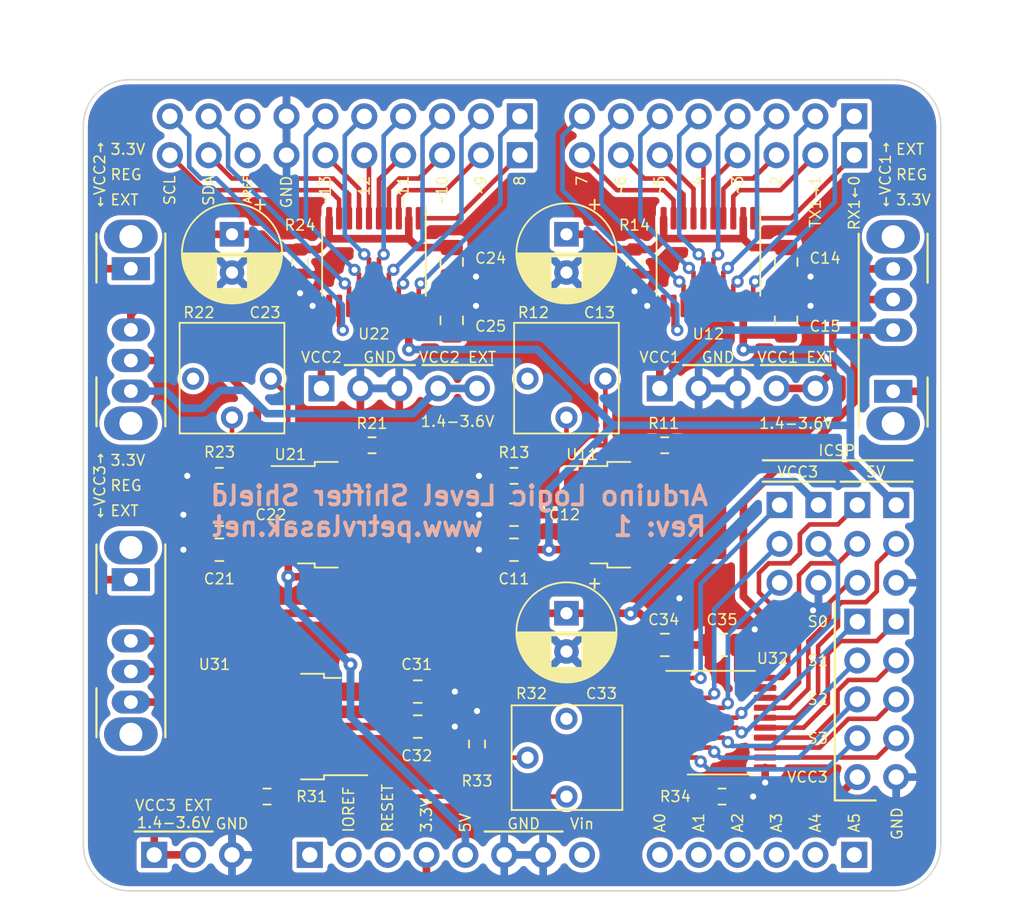
<source format=kicad_pcb>
(kicad_pcb (version 20211014) (generator pcbnew)
  (title_block (title "Arduino Logic Level Shifter Shield") (date "2023-03-18") (rev "1") (comment 2 "https://creativecommons.org/licenses/by/4.0/") (comment 3 "License: CC BY 4.0") (comment 4 "Author: Petr Vlasák"))
  (layers (0 "F.Cu" signal) (31 "B.Cu" power) (34 "B.Paste" user) (35 "F.Paste" user) (36 "B.SilkS" user "B.Silkscreen") (37 "F.SilkS" user "F.Silkscreen") (38 "B.Mask" user) (39 "F.Mask" user) (44 "Edge.Cuts" user))
  (net 0 "")
  (net 1 "+5V")
  (net 2 "GND")
  (net 3 "/VCC1_REG")
  (net 4 "/VCC1")
  (net 5 "/VCC2_REG")
  (net 6 "/VCC2")
  (net 7 "/VCC3_REG")
  (net 8 "/VCC3")
  (net 9 "/VCC1_EXT")
  (net 10 "/VCC2_EXT")
  (net 11 "/VCC3_EXT")
  (net 15 "+3V3")
  (net 17 "/D8_B")
  (net 18 "/D9_B")
  (net 19 "/D10_B")
  (net 20 "/D11_B")
  (net 21 "/D12_B")
  (net 22 "/D13_B")
  (net 24 "/SDA_B")
  (net 25 "/SCL_B")
  (net 32 "/MISO_B")
  (net 33 "/SCK_B")
  (net 34 "/MOSI_B")
  (net 35 "/RESET_B")
  (net 36 "/D0_B")
  (net 37 "/D1_B")
  (net 38 "/D2_B")
  (net 39 "/D3_B")
  (net 40 "/D4_B")
  (net 41 "/D5_B")
  (net 42 "/D6_B")
  (net 43 "/D7_B")
  (net 44 "/S0_A")
  (net 45 "/S0_B")
  (net 46 "/S1_A")
  (net 47 "/S1_B")
  (net 48 "/S2_A")
  (net 49 "/S2_B")
  (net 50 "/S3_A")
  (net 51 "/S3_B")
  (net 52 "/D8_A")
  (net 53 "/D9_A")
  (net 54 "/D10_A")
  (net 55 "/D11_A")
  (net 56 "/D12_A")
  (net 57 "/D13_A")
  (net 59 "/SDA_A")
  (net 60 "/SCL_A")
  (net 61 "/MISO_A")
  (net 62 "/SCK_A")
  (net 63 "/MOSI_A")
  (net 64 "/RESET_A")
  (net 65 "/D0_A")
  (net 66 "/D1_A")
  (net 67 "/D2_A")
  (net 68 "/D3_A")
  (net 69 "/D4_A")
  (net 70 "/D5_A")
  (net 71 "/D6_A")
  (net 72 "/D7_A")
  (net 73 "/VCC1_ADJ_MAX")
  (net 74 "/VCC1_ADJ_MIN")
  (net 75 "/VCC2_ADJ_MAX")
  (net 76 "/VCC2_ADJ_MIN")
  (net 77 "/VCC3_ADJ_MAX")
  (net 78 "/VCC3_ADJ_MIN")
  (footprint "Custom:PinSocket_1x10" (layer "F.Cu") (at 28.96 -48.26 -90)
    (fp_text reference "J53" hide)
    (fp_text value "DIGITAL_D8_D13_I2C")
  )
  (footprint "Custom:SW_CuK_OS103011MA7QP1_SP3T_Angled" (layer "F.Cu") (at 3.556 -40.8432 -90)
    (fp_text reference "SW2" hide)
    (fp_text value "VCC2_SELECT")
  )
  (footprint "Capacitor_SMD:C_0805_2012Metric" (layer "F.Cu") (at 38.429 -16.256)
    (fp_text reference "C34")
    (fp_text value "100n")
  )
  (footprint "Capacitor_SMD:C_0805_2012Metric" (layer "F.Cu") (at 42.239 -16.256 180)
    (fp_text reference "C35")
    (fp_text value "100n")
  )
  (footprint "Custom:PinSocket_1x08_long_legs" (layer "F.Cu") (at 50.8 -50.8 -90)
    (fp_text reference "J46" hide)
    (fp_text value "DIGITAL_D0_D7")
  )
  (footprint "Capacitor_THT:CP_Radial_D6.3mm_P2.50mm" (layer "F.Cu") (at 32.004 -43.092379 -90)
    (fp_text reference "C13")
    (fp_text value "100u")
  )
  (footprint "Custom:PinSocket_1x08_long_legs" (layer "F.Cu") (at 15.24 -2.54 90)
    (fp_text reference "J41" hide)
    (fp_text value "POWER")
  )
  (footprint "Custom:PinSocket_1x08" (layer "F.Cu") (at 50.8 -48.26 -90)
    (fp_text reference "J56" hide)
    (fp_text value "DIGITAL_D0_D7")
  )
  (footprint "Custom:PinHeader_1x03" (layer "F.Cu") (at 48.46 -25.4)
    (fp_text reference "J55" hide)
    (fp_text value "ICSP 2/2")
  )
  (footprint "Package_TO_SOT_SMD:TO-252-2" (layer "F.Cu") (at 37.143 -24.765)
    (fp_text reference "U11")
    (fp_text value "LM317_TO-252")
  )
  (footprint "Package_SO:TSSOP-20_4.4x6.5mm_P0.65mm" (layer "F.Cu") (at 42.117 -11.176)
    (fp_text reference "U32")
    (fp_text value "TXS0108EPWR")
  )
  (footprint "Custom:Potentiometer_Bourns_3362P_Vertical" (layer "F.Cu") (at 32.004 -8.89 180)
    (fp_text reference "R32")
    (fp_text value "1k")
  )
  (footprint "Custom:PinSocket_1x05" (layer "F.Cu") (at 51 -17.78)
    (fp_text reference "J51" hide)
    (fp_text value "GP 1/2")
  )
  (footprint "Resistor_SMD:R_0603_1608Metric" (layer "F.Cu") (at 14.605 -41.275 -90)
    (fp_text reference "R24")
    (fp_text value "10k")
  )
  (footprint "Capacitor_SMD:C_0805_2012Metric" (layer "F.Cu") (at 9.335 -22.479 180)
    (fp_text reference "C21")
    (fp_text value "100n")
  )
  (footprint "Capacitor_SMD:C_0805_2012Metric" (layer "F.Cu") (at 46.355 -41.275 -90)
    (fp_text reference "C14")
    (fp_text value "100n")
  )
  (footprint "Resistor_SMD:R_0603_1608Metric" (layer "F.Cu") (at 28.575 -27.305 180)
    (fp_text reference "R13")
    (fp_text value "200")
  )
  (footprint "Resistor_SMD:R_0603_1608Metric" (layer "F.Cu") (at 38.42 -29.305 180)
    (fp_text reference "R11")
    (fp_text value "1k")
  )
  (footprint "Capacitor_SMD:C_0805_2012Metric" (layer "F.Cu") (at 22.291 -10.921)
    (fp_text reference "C32")
    (fp_text value "1u")
  )
  (footprint "Custom:SW_CuK_OS103011MA7QP1_SP3T_Angled" (layer "F.Cu") (at 3.556 -20.5232 -90)
    (fp_text reference "SW3" hide)
    (fp_text value "VCC3_SELECT")
  )
  (footprint "Capacitor_THT:CP_Radial_D6.3mm_P2.50mm" (layer "F.Cu") (at 10.16 -43.092379 -90)
    (fp_text reference "C23")
    (fp_text value "100u")
  )
  (footprint "Capacitor_SMD:C_0805_2012Metric" (layer "F.Cu") (at 28.575 -22.479 180)
    (fp_text reference "C11")
    (fp_text value "100n")
  )
  (footprint "Custom:PinSocket_1x06_long_legs" (layer "F.Cu") (at 50.8 -2.54 -90)
    (fp_text reference "J43" hide)
    (fp_text value "ANALOG_IN")
  )
  (footprint "Custom:PinSocket_1x05" (layer "F.Cu") (at 53.54 -17.78)
    (fp_text reference "J52" hide)
    (fp_text value "GP 2/2")
  )
  (footprint "Custom:PinHeader_1x03" (layer "F.Cu") (at 45.92 -25.4)
    (fp_text reference "J54" hide)
    (fp_text value "ICSP 1/2")
  )
  (footprint "Custom:Potentiometer_Bourns_3362P_Vertical" (layer "F.Cu") (at 10.16 -33.655 -90)
    (fp_text reference "R22")
    (fp_text value "1k")
  )
  (footprint "Custom:Potentiometer_Bourns_3362P_Vertical" (layer "F.Cu") (at 32.004 -33.655 -90)
    (fp_text reference "R12")
    (fp_text value "1k")
  )
  (footprint "Custom:PinSocket_1x05" (layer "F.Cu") (at 38.1 -33.02 90)
    (fp_text reference "J1" hide)
    (fp_text value "VCC1_EXT_OUT")
  )
  (footprint "Capacitor_SMD:C_0805_2012Metric" (layer "F.Cu") (at 22.291 -13.207)
    (fp_text reference "C31")
    (fp_text value "100n")
  )
  (footprint "Custom:PinSocket_1x03" (layer "F.Cu") (at 5.08 -2.54 90)
    (fp_text reference "J3" hide)
    (fp_text value "VCC3_EXT")
  )
  (footprint "Custom:PinSocket_1x10_long_legs" (layer "F.Cu") (at 28.96 -50.8 -90)
    (fp_text reference "J42" hide)
    (fp_text value "DIGITAL_D8_D13_I2C")
  )
  (footprint "Capacitor_SMD:C_0805_2012Metric" (layer "F.Cu") (at 28.575 -24.765 180)
    (fp_text reference "C12")
    (fp_text value "1u")
  )
  (footprint "Package_TO_SOT_SMD:TO-252-2" (layer "F.Cu") (at 13.699 -10.922 180)
    (fp_text reference "U31")
    (fp_text value "LM317_TO-252")
  )
  (footprint "Resistor_SMD:R_0603_1608Metric" (layer "F.Cu") (at 26.162 -9.779 90)
    (fp_text reference "R33")
    (fp_text value "200")
  )
  (footprint "Custom:PinSocket_1x05" (layer "F.Cu") (at 16.002 -33.02 90)
    (fp_text reference "J2" hide)
    (fp_text value "VCC2_EXT_OUT")
  )
  (footprint "Capacitor_THT:CP_Radial_D6.3mm_P2.50mm" (layer "F.Cu") (at 32.004 -18.327379 -90)
    (fp_text reference "C33")
    (fp_text value "100u")
  )
  (footprint "Package_TO_SOT_SMD:TO-252-2" (layer "F.Cu") (at 18.034 -24.765)
    (fp_text reference "U21")
    (fp_text value "LM317_TO-252")
  )
  (footprint "Resistor_SMD:R_0603_1608Metric" (layer "F.Cu") (at 36.449 -41.275 -90)
    (fp_text reference "R14")
    (fp_text value "10k")
  )
  (footprint "Custom:SW_CuK_OS103011MA7QP1_SP3T_Angled" (layer "F.Cu") (at 53.34 -32.83 90)
    (fp_text reference "SW1" hide)
    (fp_text value "VCC1_SELECT")
  )
  (footprint "Resistor_SMD:R_0603_1608Metric" (layer "F.Cu") (at 42.164 -6.35)
    (fp_text reference "R34")
    (fp_text value "10k")
  )
  (footprint "Resistor_SMD:R_0603_1608Metric" (layer "F.Cu") (at 19.305 -29.305 180)
    (fp_text reference "R21")
    (fp_text value "1k")
  )
  (footprint "Resistor_SMD:R_0603_1608Metric" (layer "F.Cu") (at 12.446 -6.35)
    (fp_text reference "R31")
    (fp_text value "1k")
  )
  (footprint "Resistor_SMD:R_0603_1608Metric" (layer "F.Cu") (at 9.335 -27.305 180)
    (fp_text reference "R23")
    (fp_text value "200")
  )
  (footprint "Capacitor_SMD:C_0805_2012Metric" (layer "F.Cu") (at 24.511 -37.465 90)
    (fp_text reference "C25")
    (fp_text value "100n")
  )
  (footprint "Package_SO:TSSOP-20_4.4x6.5mm_P0.65mm" (layer "F.Cu") (at 19.431 -41.275 -90)
    (fp_text reference "U22")
    (fp_text value "TXS0108EPWR")
  )
  (footprint "Capacitor_SMD:C_0805_2012Metric" (layer "F.Cu") (at 46.345 -37.465 90)
    (fp_text reference "C15")
    (fp_text value "100n")
  )
  (footprint "Capacitor_SMD:C_0805_2012Metric" (layer "F.Cu") (at 9.335 -24.765 180)
    (fp_text reference "C22")
    (fp_text value "1u")
  )
  (footprint "Package_SO:TSSOP-20_4.4x6.5mm_P0.65mm" (layer "F.Cu") (at 41.275 -41.275 -90)
    (fp_text reference "U12")
    (fp_text value "TXS0108EPWR")
  )
  (footprint "Capacitor_SMD:C_0805_2012Metric" (layer "F.Cu") (at 24.511 -41.275 -90)
    (fp_text reference "C24")
    (fp_text value "100n")
  )
  (footprint "Custom:PinSocket_1x03_long_legs" (layer "B.Cu") (at 53.54 -25.4 180)
    (fp_text reference "J45" hide)
    (fp_text value "ICSP 2/2")
  )
  (footprint "Custom:PinSocket_1x03_long_legs" (layer "B.Cu") (at 51 -25.4 180)
    (fp_text reference "J44" hide)
    (fp_text value "ICSP 1/2")
  )
  (gr_line (start 44.704 -34.544) (end 49.276 -34.544) (layer "F.SilkS") (width 0.15))
  (gr_line (start 44.831 -26.924) (end 49.53 -26.924) (layer "F.SilkS") (width 0.15))
  (gr_line (start 17.526 -34.544) (end 22.098 -34.544) (layer "F.SilkS") (width 0.15))
  (gr_line (start 26.67 -4.064) (end 31.75 -4.064) (layer "F.SilkS") (width 0.15))
  (gr_line (start 49.911 -26.924) (end 54.61 -26.924) (layer "F.SilkS") (width 0.15))
  (gr_line (start 49.53 -6.096) (end 52.197 -6.096) (layer "F.SilkS") (width 0.15))
  (gr_line (start 39.624 -34.544) (end 44.196 -34.544) (layer "F.SilkS") (width 0.15))
  (gr_line (start 3.81 -4.064) (end 8.89 -4.064) (layer "F.SilkS") (width 0.15))
  (gr_line (start 44.831 -28.321) (end 54.61 -28.321) (layer "F.SilkS") (width 0.15))
  (gr_line (start 22.606 -34.544) (end 27.178 -34.544) (layer "F.SilkS") (width 0.15))
  (gr_line (start 49.53 -6.096) (end 49.53 -19.05) (layer "F.SilkS") (width 0.15))
  (gr_line (start 3.45 -53.19) (end 53.45 -53.19) (layer "Edge.Cuts") (width 0.1))
  (gr_line (start 0.45 -50.19) (end 0.45 -3.19) (layer "Edge.Cuts") (width 0.1))
  (gr_line (start 3.45 -0.19) (end 53.45 -0.19) (layer "Edge.Cuts") (width 0.1))
  (gr_arc (start 3.45 -0.19) (mid 1.32868 -1.06868) (end 0.45 -3.19) (layer "Edge.Cuts") (width 0.1))
  (gr_arc (start 0.45 -50.19) (mid 1.32868 -52.31132) (end 3.45 -53.19) (layer "Edge.Cuts") (width 0.1))
  (gr_arc (start 56.45 -3.19) (mid 55.57132 -1.06868) (end 53.45 -0.19) (layer "Edge.Cuts") (width 0.1))
  (gr_line (start 56.45 -50.19) (end 56.45 -3.19) (layer "Edge.Cuts") (width 0.1))
  (gr_arc (start 53.45 -53.19) (mid 55.57132 -52.31132) (end 56.45 -50.19) (layer "Edge.Cuts") (width 0.1))
  (gr_text "Arduino Logic Level Shifter Shield\nRev: 1         www.petrvlasak.net" (at 25 -25) (layer "B.SilkS") (effects (font (size 1.25 1.25) (thickness 0.25)) (justify mirror)))
  (gr_text "A0" (at 38.1 -3.937 90) (layer "F.SilkS") (effects (font (size 0.7 0.7) (thickness 0.1)) (justify left)))
  (gr_text "VCC3" (at 47.117 -27.559) (layer "F.SilkS") (effects (font (size 0.7 0.7) (thickness 0.1))))
  (gr_text "GND" (at 13.716 -46.99 90) (layer "F.SilkS") (effects (font (size 0.7 0.7) (thickness 0.1)) (justify right)))
  (gr_text "IOREF" (at 17.78 -3.937 90) (layer "F.SilkS") (effects (font (size 0.7 0.7) (thickness 0.1)) (justify left)))
  (gr_text "S0" (at 49.149 -17.78) (layer "F.SilkS") (effects (font (size 0.7 0.7) (thickness 0.1)) (justify right)))
  (gr_text "A2" (at 43.18 -3.937 90) (layer "F.SilkS") (effects (font (size 0.7 0.7) (thickness 0.1)) (justify left)))
  (gr_text "~13" (at 16.256 -46.99 90) (layer "F.SilkS") (effects (font (size 0.7 0.7) (thickness 0.1)) (justify right)))
  (gr_text "3.3V" (at 2.159 -28.321) (layer "F.SilkS") (effects (font (size 0.7 0.7) (thickness 0.1)) (justify left)))
  (gr_text "3.3V" (at 22.86 -3.937 90) (layer "F.SilkS") (effects (font (size 0.7 0.7) (thickness 0.1)) (justify left)))
  (gr_text "REG" (at 2.159 -26.67) (layer "F.SilkS") (effects (font (size 0.7 0.7) (thickness 0.1)) (justify left)))
  (gr_text "S3" (at 49.149 -10.16) (layer "F.SilkS") (effects (font (size 0.7 0.7) (thickness 0.1)) (justify right)))
  (gr_text "S2" (at 49.149 -12.7) (layer "F.SilkS") (effects (font (size 0.7 0.7) (thickness 0.1)) (justify right)))
  (gr_text "ICSP" (at 49.657 -28.956) (layer "F.SilkS") (effects (font (size 0.7 0.7) (thickness 0.1))))
  (gr_text "A4" (at 48.26 -3.937 90) (layer "F.SilkS") (effects (font (size 0.7 0.7) (thickness 0.1)) (justify left)))
  (gr_text "REG" (at 53.467 -46.99) (layer "F.SilkS") (effects (font (size 0.7 0.7) (thickness 0.1)) (justify left)))
  (gr_text "SCL" (at 6.096 -46.99 90) (layer "F.SilkS") (effects (font (size 0.7 0.7) (thickness 0.1)) (justify right)))
  (gr_text "←VCC3→" (at 1.524 -26.67 90) (layer "F.SilkS") (effects (font (size 0.7 0.7) (thickness 0.1))))
  (gr_text "8" (at 28.956 -46.99 90) (layer "F.SilkS") (effects (font (size 0.7 0.7) (thickness 0.1)) (justify right)))
  (gr_text "5V" (at 52.197 -27.559) (layer "F.SilkS") (effects (font (size 0.7 0.7) (thickness 0.1))))
  (gr_text "1.4-3.6V" (at 46.99 -30.734) (layer "F.SilkS") (effects (font (size 0.7 0.7) (thickness 0.1))))
  (gr_text "VCC1 EXT" (at 46.99 -35.052) (layer "F.SilkS") (effects (font (size 0.7 0.7) (thickness 0.1))))
  (gr_text "~10" (at 23.876 -46.99 90) (layer "F.SilkS") (effects (font (size 0.7 0.7) (thickness 0.1)) (justify right)))
  (gr_text "RESET" (at 20.32 -3.937 90) (layer "F.SilkS") (effects (font (size 0.7 0.7) (thickness 0.1)) (justify left)))
  (gr_text "SDA" (at 8.636 -46.99 90) (layer "F.SilkS") (effects (font (size 0.7 0.7) (thickness 0.1)) (justify right)))
  (gr_text "TX1→1" (at 48.26 -46.99 90) (layer "F.SilkS") (effects (font (size 0.7 0.7) (thickness 0.1)) (justify right)))
  (gr_text "S1" (at 49.149 -15.24) (layer "F.SilkS") (effects (font (size 0.7 0.7) (thickness 0.1)) (justify right)))
  (gr_text "←VCC1→" (at 52.832 -46.99 90) (layer "F.SilkS") (effects (font (size 0.7 0.7) (thickness 0.1))))
  (gr_text "EXT" (at 2.159 -25.019) (layer "F.SilkS") (effects (font (size 0.7 0.7) (thickness 0.1)) (justify left)))
  (gr_text "REG" (at 2.159 -46.99) (layer "F.SilkS") (effects (font (size 0.7 0.7) (thickness 0.1)) (justify left)))
  (gr_text "A5" (at 50.8 -3.937 90) (layer "F.SilkS") (effects (font (size 0.7 0.7) (thickness 0.1)) (justify left)))
  (gr_text "5V" (at 25.4 -3.937 90) (layer "F.SilkS") (effects (font (size 0.7 0.7) (thickness 0.1)) (justify left)))
  (gr_text "12" (at 18.796 -46.99 90) (layer "F.SilkS") (effects (font (size 0.7 0.7) (thickness 0.1)) (justify right)))
  (gr_text "~3" (at 43.18 -46.99 90) (layer "F.SilkS") (effects (font (size 0.7 0.7) (thickness 0.1)) (justify right)))
  (gr_text "VCC2" (at 16.002 -35.052) (layer "F.SilkS") (effects (font (size 0.7 0.7) (thickness 0.1))))
  (gr_text "RX1←0" (at 50.8 -46.99 90) (layer "F.SilkS") (effects (font (size 0.7 0.7) (thickness 0.1)) (justify right)))
  (gr_text "1.4-3.6V" (at 24.892 -30.861) (layer "F.SilkS") (effects (font (size 0.7 0.7) (thickness 0.1))))
  (gr_text "VCC1" (at 38.1 -35.052) (layer "F.SilkS") (effects (font (size 0.7 0.7) (thickness 0.1))))
  (gr_text "GND" (at 19.812 -35.052) (layer "F.SilkS") (effects (font (size 0.7 0.7) (thickness 0.1))))
  (gr_text "VCC3 EXT\n1.4-3.6V" (at 6.35 -5.207) (layer "F.SilkS") (effects (font (size 0.7 0.7) (thickness 0.1))))
  (gr_text "VCC3" (at 49.149 -7.62) (layer "F.SilkS") (effects (font (size 0.7 0.7) (thickness 0.1)) (justify right)))
  (gr_text "EXT" (at 53.467 -48.641) (layer "F.SilkS") (effects (font (size 0.7 0.7) (thickness 0.1)) (justify left)))
  (gr_text "~9" (at 26.416 -46.99 90) (layer "F.SilkS") (effects (font (size 0.7 0.7) (thickness 0.1)) (justify right)))
  (gr_text "~6" (at 35.56 -46.99 90) (layer "F.SilkS") (effects (font (size 0.7 0.7) (thickness 0.1)) (justify right)))
  (gr_text "EXT" (at 2.159 -45.339) (layer "F.SilkS") (effects (font (size 0.7 0.7) (thickness 0.1)) (justify left)))
  (gr_text "2" (at 45.72 -46.99 90) (layer "F.SilkS") (effects (font (size 0.7 0.7) (thickness 0.1)) (justify right)))
  (gr_text "~11" (at 21.336 -46.99 90) (layer "F.SilkS") (effects (font (size 0.7 0.7) (thickness 0.1)) (justify right)))
  (gr_text "VCC2 EXT" (at 24.892 -35.052) (layer "F.SilkS") (effects (font (size 0.7 0.7) (thickness 0.1))))
  (gr_text "4" (at 40.64 -46.99 90) (layer "F.SilkS") (effects (font (size 0.7 0.7) (thickness 0.1)) (justify right)))
  (gr_text "AREF" (at 11.176 -46.99 90) (layer "F.SilkS") (effects (font (size 0.5 0.5) (thickness 0.1)) (justify right)))
  (gr_text "3.3V" (at 53.467 -45.339) (layer "F.SilkS") (effects (font (size 0.7 0.7) (thickness 0.1)) (justify left)))
  (gr_text "GND" (at 41.91 -35.052) (layer "F.SilkS") (effects (font (size 0.7 0.7) (thickness 0.1))))
  (gr_text "GND" (at 53.594 -5.715 90) (layer "F.SilkS") (effects (font (size 0.7 0.7) (thickness 0.1)) (justify right)))
  (gr_text "A1" (at 40.64 -3.937 90) (layer "F.SilkS") (effects (font (size 0.7 0.7) (thickness 0.1)) (justify left)))
  (gr_text "A3" (at 45.72 -3.937 90) (layer "F.SilkS") (effects (font (size 0.7 0.7) (thickness 0.1)) (justify left)))
  (gr_text "7" (at 33.02 -46.99 90) (layer "F.SilkS") (effects (font (size 0.7 0.7) (thickness 0.1)) (justify right)))
  (gr_text "~5" (at 38.1 -46.99 90) (layer "F.SilkS") (effects (font (size 0.7 0.7) (thickness 0.1)) (justify right)))
  (gr_text "3.3V" (at 2.159 -48.641) (layer "F.SilkS") (effects (font (size 0.7 0.7) (thickness 0.1)) (justify left)))
  (gr_text "GND" (at 10.16 -4.572) (layer "F.SilkS") (effects (font (size 0.7 0.7) (thickness 0.1))))
  (gr_text "←VCC2→" (at 1.524 -46.99 90) (layer "F.SilkS") (effects (font (size 0.7 0.7) (thickness 0.1))))
  (gr_text "Vin" (at 33.02 -4.572) (layer "F.SilkS") (effects (font (size 0.7 0.7) (thickness 0.1))))
  (gr_text "GND" (at 29.21 -4.572) (layer "F.SilkS") (effects (font (size 0.7 0.7) (thickness 0.1))))
  (segment (start 43.702 -13.451) (end 43.189 -13.964) (width 0.5) (layer "F.Cu") (net 1))
  (segment (start 43.561 -19.422) (end 43.561 -25.5905) (width 0.5) (layer "F.Cu") (net 1))
  (segment (start 44.9795 -13.451) (end 43.702 -13.451) (width 0.5) (layer "F.Cu") (net 1))
  (segment (start 43.189 -13.964) (end 43.189 -16.256) (width 0.5) (layer "F.Cu") (net 1))
  (segment (start 10.291 -22.485) (end 10.285 -22.479) (width 0.5) (layer "F.Cu") (net 1))
  (segment (start 21.706 -36.515) (end 24.511 -36.515) (width 0.5) (layer "F.Cu") (net 1))
  (segment (start 29.531 -22.485) (end 29.525 -22.479) (width 0.5) (layer "F.Cu") (net 1))
  (segment (start 43.55 -35.571) (end 43.561 -35.56) (width 0.5) (layer "F.Cu") (net 1))
  (segment (start 28.965 -20.71) (end 29.525 -21.27) (width 0.5) (layer "F.Cu") (net 1))
  (segment (start 45.212 -16.256) (end 45.593 -16.637) (width 0.5) (layer "F.Cu") (net 1))
  (segment (start 13.834 -22.485) (end 10.291 -22.485) (width 0.5) (layer "F.Cu") (net 1))
  (segment (start 13.834 -20.71) (end 28.965 -20.71) (width 0.5) (layer "F.Cu") (net 1))
  (segment (start 43.55 -36.515) (end 46.345 -36.515) (width 0.5) (layer "F.Cu") (net 1))
  (segment (start 21.706 -38.4125) (end 21.706 -36.515) (width 0.5) (layer "F.Cu") (net 1))
  (segment (start 45.593 -17.39) (end 43.561 -19.422) (width 0.5) (layer "F.Cu") (net 1))
  (segment (start 21.706 -35.571) (end 21.706 -36.515) (width 0.5) (layer "F.Cu") (net 1))
  (segment (start 43.561 -25.5905) (end 45.9105 -27.94) (width 0.5) (layer "F.Cu") (net 1))
  (segment (start 51 -27.94) (end 53.54 -25.4) (width 0.5) (layer "F.Cu") (net 1))
  (segment (start 21.336 -13.202) (end 21.341 -13.207) (width 0.5) (layer "F.Cu") (net 1))
  (segment (start 45.9105 -27.94) (end 51 -27.94) (width 0.5) (layer "F.Cu") (net 1))
  (segment (start 45.593 -16.637) (end 45.593 -17.39) (width 0.5) (layer "F.Cu") (net 1))
  (segment (start 32.943 -22.485) (end 29.531 -22.485) (width 0.5) (layer "F.Cu") (net 1))
  (segment (start 17.899 -14.978) (end 17.899 -13.202) (width 0.5) (layer "F.Cu") (net 1))
  (segment (start 29.525 -21.27) (end 29.525 -22.479) (width 0.5) (layer "F.Cu") (net 1))
  (segment (start 17.899 -13.202) (end 21.336 -13.202) (width 0.5) (layer "F.Cu") (net 1))
  (segment (start 13.834 -20.71) (end 13.834 -22.485) (width 0.5) (layer "F.Cu") (net 1))
  (segment (start 43.55 -38.4125) (end 43.55 -36.515) (width 0.5) (layer "F.Cu") (net 1))
  (segment (start 21.717 -35.56) (end 21.706 -35.571) (width 0.5) (layer "F.Cu") (net 1))
  (segment (start 43.189 -16.256) (end 45.212 -16.256) (width 0.5) (layer "F.Cu") (net 1))
  (segment (start 43.55 -36.515) (end 43.55 -35.571) (width 0.5) (layer "F.Cu") (net 1))
  (via (at 21.717 -35.56) (size 0.9) (drill 0.4) (layers "F.Cu" "B.Cu") (net 1))
  (via (at 17.899 -14.978) (size 0.9) (drill 0.4) (layers "F.Cu" "B.Cu") (net 1))
  (via (at 13.834 -20.71) (size 0.9) (drill 0.4) (layers "F.Cu" "B.Cu") (net 1))
  (via (at 43.561 -35.56) (size 0.9) (drill 0.4) (layers "F.Cu" "B.Cu") (net 1))
  (via (at 30.861 -22.479) (size 0.9) (drill 0.4) (layers "F.Cu" "B.Cu") (net 1))
  (segment (start 17.899 -11.565) (end 17.899 -14.978) (width 0.5) (layer "B.Cu") (net 1))
  (segment (start 30.099 -35.56) (end 35.052 -30.607) (width 0.5) (layer "B.Cu") (net 1))
  (segment (start 35.052 -30.607) (end 50.546 -30.607) (width 0.5) (layer "B.Cu") (net 1))
  (segment (start 25.4 -2.54) (end 25.4 -4.064) (width 0.5) (layer "B.Cu") (net 1))
  (segment (start 25.4 -4.064) (end 17.899 -11.565) (width 0.5) (layer "B.Cu") (net 1))
  (segment (start 43.561 -35.56) (end 49.022 -35.56) (width 0.5) (layer "B.Cu") (net 1))
  (segment (start 30.861 -22.479) (end 30.861 -26.416) (width 0.5) (layer "B.Cu") (net 1))
  (segment (start 13.834 -19.043) (end 13.834 -20.71) (width 0.5) (layer "B.Cu") (net 1))
  (segment (start 50.546 -34.036) (end 50.546 -30.607) (width 0.5) (layer "B.Cu") (net 1))
  (segment (start 30.861 -26.416) (end 35.052 -30.607) (width 0.5) (layer "B.Cu") (net 1))
  (segment (start 49.022 -35.56) (end 50.546 -34.036) (width 0.5) (layer "B.Cu") (net 1))
  (segment (start 17.899 -14.978) (end 13.834 -19.043) (width 0.5) (layer "B.Cu") (net 1))
  (segment (start 21.717 -35.56) (end 30.099 -35.56) (width 0.5) (layer "B.Cu") (net 1))
  (segment (start 50.546 -28.394) (end 53.54 -25.4) (width 0.5) (layer "B.Cu") (net 1))
  (segment (start 50.546 -30.607) (end 50.546 -28.394) (width 0.5) (layer "B.Cu") (net 1))
  (segment (start 39.379 -19.304) (end 39.379 -16.256) (width 0.5) (layer "F.Cu") (net 2))
  (segment (start 24.764 -13.207) (end 24.765 -13.208) (width 0.5) (layer "F.Cu") (net 2))
  (segment (start 8.385 -22.479) (end 6.985 -22.479) (width 0.5) (layer "F.Cu") (net 2))
  (segment (start 23.241 -10.921) (end 24.7132 -10.921) (width 0.5) (layer "F.Cu") (net 2))
  (segment (start 8.385 -24.765) (end 6.985 -24.765) (width 0.5) (layer "F.Cu") (net 2))
  (segment (start 26.289 -27.305) (end 27.75 -27.305) (width 0.5) (layer "F.Cu") (net 2))
  (segment (start 26.096 -38.415) (end 24.511 -38.415) (width 0.5) (layer "F.Cu") (net 2))
  (segment (start 15.4255 -38.4125) (end 16.506 -38.4125) (width 0.5) (layer "F.Cu") (net 2))
  (segment (start 44.9795 -7.2605) (end 44.9795 -8.251) (width 0.5) (layer "F.Cu") (net 2))
  (segment (start 47.945 -40.325) (end 46.355 -40.325) (width 0.5) (layer "F.Cu") (net 2))
  (segment (start 26.096 -40.325) (end 24.511 -40.325) (width 0.5) (layer "F.Cu") (net 2))
  (segment (start 42.989 -6.35) (end 44.196 -6.35) (width 0.5) (layer "F.Cu") (net 2))
  (segment (start 23.241 -13.207) (end 24.7132 -13.207) (width 0.5) (layer "F.Cu") (net 2))
  (segment (start 14.605 -40.45) (end 14.605 -39.243) (width 0.5) (layer "F.Cu") (net 2))
  (segment (start 27.625 -22.479) (end 26.289 -22.479) (width 0.5) (layer "F.Cu") (net 2))
  (segment (start 39.379 -16.256) (end 41.289 -16.256) (width 0.5) (layer "F.Cu") (net 2))
  (segment (start 8.51 -27.305) (end 7.239 -27.305) (width 0.5) (layer "F.Cu") (net 2))
  (segment (start 24.7132 -13.207) (end 24.7142 -13.208) (width 0.5) (layer "F.Cu") (net 2))
  (segment (start 26.289 -24.765) (end 27.625 -24.765) (width 0.5) (layer "F.Cu") (net 2))
  (segment (start 46.345 -38.415) (end 47.945 -38.415) (width 0.5) (layer "F.Cu") (net 2))
  (segment (start 26.162 -10.604) (end 26.162 -11.938) (width 0.5) (layer "F.Cu") (net 2))
  (segment (start 37.2795 -38.4125) (end 38.35 -38.4125) (width 0.5) (layer "F.Cu") (net 2))
  (segment (start 24.764 -10.921) (end 24.765 -10.922) (width 0.5) (layer "F.Cu") (net 2))
  (segment (start 36.449 -39.37) (end 36.449 -40.45) (width 0.5) (layer "F.Cu") (net 2))
  (segment (start 24.7132 -10.921) (end 24.7142 -10.922) (width 0.5) (layer "F.Cu") (net 2))
  (via (at 26.162 -11.938) (size 0.9) (drill 0.4) (layers "F.Cu" "B.Cu") (net 2))
  (via (at 47.945 -40.325) (size 0.9) (drill 0.4) (layers "F.Cu" "B.Cu") (net 2))
  (via (at 15.4255 -38.4125) (size 0.9) (drill 0.4) (layers "F.Cu" "B.Cu") (net 2))
  (via (at 26.096 -40.325) (size 0.9) (drill 0.4) (layers "F.Cu" "B.Cu") (net 2))
  (via (at 44.2976 -17.272) (size 0.9) (drill 0.4) (layers "F.Cu" "B.Cu") (net 2))
  (via (at 24.7142 -13.208) (size 0.9) (drill 0.4) (layers "F.Cu" "B.Cu") (net 2))
  (via (at 26.289 -24.765) (size 0.9) (drill 0.4) (layers "F.Cu" "B.Cu") (net 2))
  (via (at 24.7142 -10.922) (size 0.9) (drill 0.4) (layers "F.Cu" "B.Cu") (net 2))
  (via (at 26.289 -27.305) (size 0.9) (drill 0.4) (layers "F.Cu" "B.Cu") (net 2))
  (via (at 26.289 -22.479) (size 0.9) (drill 0.4) (layers "F.Cu" "B.Cu") (net 2))
  (via (at 39.379 -19.304) (size 0.9) (drill 0.4) (layers "F.Cu" "B.Cu") (net 2))
  (via (at 48.1076 -18.5166) (size 0.9) (drill 0.4) (layers "F.Cu" "B.Cu") (net 2))
  (via (at 14.605 -39.243) (size 0.9) (drill 0.4) (layers "F.Cu" "B.Cu") (net 2))
  (via (at 36.449 -39.37) (size 0.9) (drill 0.4) (layers "F.Cu" "B.Cu") (net 2))
  (via (at 44.196 -6.35) (size 0.9) (drill 0.4) (layers "F.Cu" "B.Cu") (net 2))
  (via (at 6.985 -22.479) (size 0.9) (drill 0.4) (layers "F.Cu" "B.Cu") (net 2))
  (via (at 6.985 -24.765) (size 0.9) (drill 0.4) (layers "F.Cu" "B.Cu") (net 2))
  (via (at 47.945 -38.415) (size 0.9) (drill 0.4) (layers "F.Cu" "B.Cu") (net 2))
  (via (at 7.239 -27.305) (size 0.9) (drill 0.4) (layers "F.Cu" "B.Cu") (net 2))
  (via (at 26.096 -38.415) (size 0.9) (drill 0.4) (layers "F.Cu" "B.Cu") (net 2))
  (via (at 44.9795 -7.2605) (size 0.9) (drill 0.4) (layers "F.Cu" "B.Cu") (net 2))
  (via (at 37.2795 -38.4125) (size 0.9) (drill 0.4) (layers "F.Cu" "B.Cu") (net 2))
  (segment (start 39.243 -24.765) (end 29.525 -24.765) (width 0.5) (layer "F.Cu") (net 3))
  (segment (start 39.245 -24.767) (end 39.243 -24.765) (width 0.5) (layer "F.Cu") (net 3))
  (segment (start 50.8 -38.1) (end 51.53 -38.83) (width 0.5) (layer "F.Cu") (net 3))
  (segment (start 47.974 -29.305) (end 50.8 -32.131) (width 0.5) (layer "F.Cu") (net 3))
  (segment (start 50.8 -32.131) (end 50.8 -38.1) (width 0.5) (layer "F.Cu") (net 3))
  (segment (start 39.245 -29.305) (end 47.974 -29.305) (width 0.5) (layer "F.Cu") (net 3))
  (segment (start 51.53 -38.83) (end 53.34 -38.83) (width 0.5) (layer "F.Cu") (net 3))
  (segment (start 39.245 -29.305) (end 39.245 -24.767) (width 0.5) (layer "F.Cu") (net 3))
  (segment (start 38.1 -35.306) (end 38.1 -33.02) (width 0.5) (layer "F.Cu") (net 4))
  (segment (start 36.449 -42.1) (end 37.64 -42.1) (width 0.5) (layer "F.Cu") (net 4))
  (segment (start 43.55 -42.81) (end 44.135 -42.225) (width 0.5) (layer "F.Cu") (net 4))
  (segment (start 33.869621 -43.092379) (end 32.004 -43.092379) (width 0.5) (layer "F.Cu") (net 4))
  (segment (start 38.35 -42.81) (end 43.55 -42.81) (width 0.5) (layer "F.Cu") (net 4))
  (segment (start 34.862 -42.1) (end 33.869621 -43.092379) (width 0.5) (layer "F.Cu") (net 4))
  (segment (start 34.862 -38.544) (end 38.1 -35.306) (width 0.5) (layer "F.Cu") (net 4))
  (segment (start 43.55 -44.1375) (end 43.55 -42.81) (width 0.5) (layer "F.Cu") (net 4))
  (segment (start 44.135 -42.225) (end 46.355 -42.225) (width 0.5) (layer "F.Cu") (net 4))
  (segment (start 37.64 -42.1) (end 38.35 -42.81) (width 0.5) (layer "F.Cu") (net 4))
  (segment (start 36.449 -42.1) (end 34.862 -42.1) (width 0.5) (layer "F.Cu") (net 4))
  (segment (start 38.35 -44.1375) (end 38.35 -42.81) (width 0.5) (layer "F.Cu") (net 4))
  (segment (start 34.862 -42.1) (end 34.862 -38.544) (width 0.5) (layer "F.Cu") (net 4))
  (segment (start 38.1 -33.147) (end 38.1 -33.02) (width 0.5) (layer "B.Cu") (net 4))
  (segment (start 53.34 -36.83) (end 41.783 -36.83) (width 0.5) (layer "B.Cu") (net 4))
  (segment (start 41.783 -36.83) (end 38.1 -33.147) (width 0.5) (layer "B.Cu") (net 4))
  (segment (start 11.811 -24.765) (end 11.811 -32.004) (width 0.5) (layer "F.Cu") (net 5))
  (segment (start 20.13 -29.305) (end 20.13 -24.769) (width 0.5) (layer "F.Cu") (net 5))
  (segment (start 8.509 -35.306) (end 6.731 -35.306) (width 0.5) (layer "F.Cu") (net 5))
  (segment (start 11.811 -24.765) (end 10.285 -24.765) (width 0.5) (layer "F.Cu") (net 5))
  (segment (start 11.811 -32.004) (end 8.509 -35.306) (width 0.5) (layer "F.Cu") (net 5))
  (segment (start 6.731 -35.306) (end 6.2682 -34.8432) (width 0.5) (layer "F.Cu") (net 5))
  (segment (start 20.134 -24.765) (end 11.811 -24.765) (width 0.5) (layer "F.Cu") (net 5))
  (segment (start 20.13 -24.769) (end 20.134 -24.765) (width 0.5) (layer "F.Cu") (net 5))
  (segment (start 6.2682 -34.8432) (end 3.556 -34.8432) (width 0.5) (layer "F.Cu") (net 5))
  (segment (start 3.556 -36.8432) (end 3.556 -37.846) (width 0.5) (layer "F.Cu") (net 6))
  (segment (start 13.0302 -42.2) (end 12.137821 -43.092379) (width 0.5) (layer "F.Cu") (net 6))
  (segment (start 13.0302 -38.5318) (end 13.0302 -42.2) (width 0.5) (layer "F.Cu") (net 6))
  (segment (start 15.811 -42.1) (end 16.51 -42.799) (width 0.5) (layer "F.Cu") (net 6))
  (segment (start 16.002 -35.56) (end 13.0302 -38.5318) (width 0.5) (layer "F.Cu") (net 6))
  (segment (start 14.505 -42.2) (end 14.605 -42.1) (width 0.5) (layer "F.Cu") (net 6))
  (segment (start 16.51 -42.799) (end 16.506 -42.803) (width 0.5) (layer "F.Cu") (net 6))
  (segment (start 14.605 -42.1) (end 15.811 -42.1) (width 0.5) (layer "F.Cu") (net 6))
  (segment (start 16.506 -42.803) (end 16.506 -44.1375) (width 0.5) (layer "F.Cu") (net 6))
  (segment (start 3.556 -37.846) (end 8.802379 -43.092379) (width 0.5) (layer "F.Cu") (net 6))
  (segment (start 21.706 -42.799) (end 16.51 -42.799) (width 0.5) (layer "F.Cu") (net 6))
  (segment (start 22.28 -42.225) (end 21.706 -42.799) (width 0.5) (layer "F.Cu") (net 6))
  (segment (start 24.511 -42.225) (end 22.28 -42.225) (width 0.5) (layer "F.Cu") (net 6))
  (segment (start 12.137821 -43.092379) (end 10.16 -43.092379) (width 0.5) (layer "F.Cu") (net 6))
  (segment (start 21.706 -44.1375) (end 21.706 -42.799) (width 0.5) (layer "F.Cu") (net 6))
  (segment (start 16.002 -33.02) (end 16.002 -35.56) (width 0.5) (layer "F.Cu") (net 6))
  (segment (start 13.0302 -42.2) (end 14.505 -42.2) (width 0.5) (layer "F.Cu") (net 6))
  (segment (start 8.802379 -43.092379) (end 10.16 -43.092379) (width 0.5) (layer "F.Cu") (net 6))
  (segment (start 11.599 -10.922) (end 21.34 -10.922) (width 0.5) (layer "F.Cu") (net 7))
  (segment (start 11.621 -6.35) (end 11.621 -10.9) (width 0.5) (layer "F.Cu") (net 7))
  (segment (start 11.599 -14.817) (end 11.599 -10.922) (width 0.5) (layer "F.Cu") (net 7))
  (segment (start 7.747 -15.748) (end 10.668 -15.748) (width 0.5) (layer "F.Cu") (net 7))
  (segment (start 3.556 -14.5232) (end 6.5222 -14.5232) (width 0.5) (layer "F.Cu") (net 7))
  (segment (start 11.621 -10.9) (end 11.599 -10.922) (width 0.5) (layer "F.Cu") (net 7))
  (segment (start 10.668 -15.748) (end 11.599 -14.817) (width 0.5) (layer "F.Cu") (net 7))
  (segment (start 21.34 -10.922) (end 21.341 -10.921) (width 0.5) (layer "F.Cu") (net 7))
  (segment (start 6.5222 -14.5232) (end 7.747 -15.748) (width 0.5) (layer "F.Cu") (net 7))
  (segment (start 5.4742 -16.5232) (end 3.556 -16.5232) (width 0.5) (layer "F.Cu") (net 8))
  (segment (start 40.259 -6.35) (end 41.339 -6.35) (width 0.5) (layer "F.Cu") (net 8))
  (segment (start 32.004 -18.327379) (end 36.790621 -18.327379) (width 0.5) (layer "F.Cu") (net 8))
  (segment (start 37.86 -13.451) (end 37.86 -8.251) (width 0.5) (layer "F.Cu") (net 8))
  (segment (start 39.2545 -8.251) (end 39.2545 -7.3545) (width 0.5) (layer "F.Cu") (net 8))
  (segment (start 37.479 -13.832) (end 37.86 -13.451) (width 0.5) (layer "F.Cu") (net 8))
  (segment (start 36.790621 -18.327379) (end 37.479 -17.639) (width 0.5) (layer "F.Cu") (net 8))
  (segment (start 7.278379 -18.327379) (end 5.4742 -16.5232) (width 0.5) (layer "F.Cu") (net 8))
  (segment (start 37.86 -8.251) (end 39.2545 -8.251) (width 0.5) (layer "F.Cu") (net 8))
  (segment (start 41.339 -4.953) (end 41.339 -6.35) (width 0.5) (layer "F.Cu") (net 8))
  (segment (start 39.2545 -7.3545) (end 40.259 -6.35) (width 0.5) (layer "F.Cu") (net 8))
  (segment (start 39.2545 -13.451) (end 37.86 -13.451) (width 0.5) (layer "F.Cu") (net 8))
  (segment (start 48.333 -4.953) (end 41.339 -4.953) (width 0.5) (layer "F.Cu") (net 8))
  (segment (start 51 -7.62) (end 48.333 -4.953) (width 0.5) (layer "F.Cu") (net 8))
  (segment (start 37.479 -16.256) (end 37.479 -13.832) (width 0.5) (layer "F.Cu") (net 8))
  (segment (start 32.004 -18.327379) (end 7.278379 -18.327379) (width 0.5) (layer "F.Cu") (net 8))
  (segment (start 37.479 -17.639) (end 37.479 -16.256) (width 0.5) (layer "F.Cu") (net 8))
  (via (at 36.195 -18.302) (size 0.9) (drill 0.4) (layers "F.Cu" "B.Cu") (net 8))
  (segment (start 36.195 -18.302) (end 44.817 -26.924) (width 0.5) (layer "B.Cu") (net 8))
  (segment (start 46.936 -26.924) (end 48.46 -25.4) (width 0.5) (layer "B.Cu") (net 8))
  (segment (start 44.817 -26.924) (end 46.936 -26.924) (width 0.5) (layer "B.Cu") (net 8))
  (segment (start 45.72 -33.02) (end 48.26 -33.02) (width 0.5) (layer "F.Cu") (net 9))
  (segment (start 53.34 -40.83) (end 51.498 -40.83) (width 0.5) (layer "F.Cu") (net 9))
  (segment (start 51.498 -40.83) (end 49.403 -38.735) (width 0.5) (layer "F.Cu") (net 9))
  (segment (start 49.403 -34.163) (end 48.26 -33.02) (width 0.5) (layer "F.Cu") (net 9))
  (segment (start 49.403 -38.735) (end 49.403 -34.163) (width 0.5) (layer "F.Cu") (net 9))
  (segment (start 9.398 -32.893) (end 10.922 -32.893) (width 0.5) (layer "B.Cu") (net 10))
  (segment (start 3.556 -32.8432) (end 5.842 -32.8432) (width 0.5) (layer "B.Cu") (net 10))
  (segment (start 6.9652 -31.72) (end 8.225 -31.72) (width 0.5) (layer "B.Cu") (net 10))
  (segment (start 8.225 -31.72) (end 9.398 -32.893) (width 0.5) (layer "B.Cu") (net 10))
  (segment (start 5.842 -32.8432) (end 6.9652 -31.72) (width 0.5) (layer "B.Cu") (net 10))
  (segment (start 12.446 -31.369) (end 21.971 -31.369) (width 0.5) (layer "B.Cu") (net 10))
  (segment (start 21.971 -31.369) (end 23.622 -33.02) (width 0.5) (layer "B.Cu") (net 10))
  (segment (start 10.922 -32.893) (end 12.446 -31.369) (width 0.5) (layer "B.Cu") (net 10))
  (segment (start 23.622 -33.02) (end 26.162 -33.02) (width 0.5) (layer "B.Cu") (net 10))
  (segment (start 3.556 -12.5232) (end 5.461 -12.5232) (width 0.5) (layer "F.Cu") (net 11))
  (segment (start 5.08 -5.461) (end 5.08 -2.54) (width 0.5) (layer "F.Cu") (net 11))
  (segment (start 7.112 -10.8722) (end 7.112 -7.493) (width 0.5) (layer "F.Cu") (net 11))
  (segment (start 7.112 -7.493) (end 5.08 -5.461) (width 0.5) (layer "F.Cu") (net 11))
  (segment (start 5.461 -12.5232) (end 7.112 -10.8722) (width 0.5) (layer "F.Cu") (net 11))
  (segment (start 5.08 -2.54) (end 7.62 -2.54) (width 0.5) (layer "F.Cu") (net 11))
  (segment (start 3.556 -0.889) (end 1.143 -3.302) (width 0.5) (layer "F.Cu") (net 15))
  (segment (start 55.753 -3.302) (end 55.753 -32.258) (width 0.5) (layer "F.Cu") (net 15))
  (segment (start 22.86 -2.54) (end 22.86 -0.889) (width 0.5) (layer "F.Cu") (net 15))
  (segment (start 22.86 -0.889) (end 53.34 -0.889) (width 0.5) (layer "F.Cu") (net 15))
  (segment (start 53.34 -0.889) (end 55.753 -3.302) (width 0.5) (layer "F.Cu") (net 15))
  (segment (start 1.143 -20.5232) (end 1.143 -40.259) (width 0.5) (layer "F.Cu") (net 15))
  (segment (start 1.7272 -40.8432) (end 3.556 -40.8432) (width 0.5) (layer "F.Cu") (net 15))
  (segment (start 55.753 -32.258) (end 55.181 -32.83) (width 0.5) (layer "F.Cu") (net 15))
  (segment (start 55.181 -32.83) (end 53.34 -32.83) (width 0.5) (layer "F.Cu") (net 15))
  (segment (start 1.143 -3.302) (end 1.143 -20.5232) (width 0.5) (layer "F.Cu") (net 15))
  (segment (start 1.143 -40.259) (end 1.7272 -40.8432) (width 0.5) (layer "F.Cu") (net 15))
  (segment (start 22.86 -0.889) (end 3.556 -0.889) (width 0.5) (layer "F.Cu") (net 15))
  (segment (start 3.556 -20.5232) (end 1.143 -20.5232) (width 0.5) (layer "F.Cu") (net 15))
  (segment (start 22.356 -39.755) (end 22.356 -38.4125) (width 0.3) (layer "F.Cu") (net 17))
  (segment (start 22.479 -39.878) (end 22.356 -39.755) (width 0.3) (layer "F.Cu") (net 17))
  (via (at 22.479 -39.878) (size 0.8) (drill 0.4) (layers "F.Cu" "B.Cu") (net 17))
  (segment (start 27.686 -45.085) (end 27.686 -49.526) (width 0.3) (layer "B.Cu") (net 17))
  (segment (start 27.686 -49.526) (end 28.96 -50.8) (width 0.3) (layer "B.Cu") (net 17))
  (segment (start 22.479 -39.878) (end 27.686 -45.085) (width 0.3) (layer "B.Cu") (net 17))
  (segment (start 21.336 -39.878) (end 21.056 -39.598) (width 0.3) (layer "F.Cu") (net 18))
  (segment (start 21.056 -39.598) (end 21.056 -38.4125) (width 0.3) (layer "F.Cu") (net 18))
  (via (at 21.336 -39.878) (size 0.8) (drill 0.4) (layers "F.Cu" "B.Cu") (net 18))
  (segment (start 25.146 -49.526) (end 26.42 -50.8) (width 0.3) (layer "B.Cu") (net 18))
  (segment (start 21.336 -39.878) (end 21.336 -40.259) (width 0.3) (layer "B.Cu") (net 18))
  (segment (start 21.336 -40.259) (end 25.146 -44.069) (width 0.3) (layer "B.Cu") (net 18))
  (segment (start 25.146 -44.069) (end 25.146 -49.526) (width 0.3) (layer "B.Cu") (net 18))
  (segment (start 20.701 -40.767) (end 20.406 -40.472) (width 0.3) (layer "F.Cu") (net 19))
  (segment (start 20.406 -40.472) (end 20.406 -38.4125) (width 0.3) (layer "F.Cu") (net 19))
  (via (at 20.701 -40.767) (size 0.8) (drill 0.4) (layers "F.Cu" "B.Cu") (net 19))
  (segment (start 22.606 -42.672) (end 22.606 -49.526) (width 0.3) (layer "B.Cu") (net 19))
  (segment (start 20.701 -40.767) (end 22.606 -42.672) (width 0.3) (layer "B.Cu") (net 19))
  (segment (start 22.606 -49.526) (end 23.88 -50.8) (width 0.3) (layer "B.Cu") (net 19))
  (segment (start 19.756 -41.473) (end 19.756 -38.4125) (width 0.3) (layer "F.Cu") (net 20))
  (segment (start 20.066 -41.783) (end 19.756 -41.473) (width 0.3) (layer "F.Cu") (net 20))
  (via (at 20.066 -41.783) (size 0.8) (drill 0.4) (layers "F.Cu" "B.Cu") (net 20))
  (segment (start 20.066 -49.526) (end 21.34 -50.8) (width 0.3) (layer "B.Cu") (net 20))
  (segment (start 20.066 -41.783) (end 20.066 -49.526) (width 0.3) (layer "B.Cu") (net 20))
  (segment (start 19.106 -41.473) (end 19.106 -38.4125) (width 0.3) (layer "F.Cu") (net 21))
  (segment (start 18.796 -41.783) (end 19.106 -41.473) (width 0.3) (layer "F.Cu") (net 21))
  (via (at 18.796 -41.783) (size 0.8) (drill 0.4) (layers "F.Cu" "B.Cu") (net 21))
  (segment (start 17.526 -49.526) (end 18.8 -50.8) (width 0.3) (layer "B.Cu") (net 21))
  (segment (start 18.796 -41.783) (end 17.526 -43.053) (width 0.3) (layer "B.Cu") (net 21))
  (segment (start 17.526 -43.053) (end 17.526 -49.526) (width 0.3) (layer "B.Cu") (net 21))
  (segment (start 18.161 -40.767) (end 18.456 -40.472) (width 0.3) (layer "F.Cu") (net 22))
  (segment (start 18.456 -40.472) (end 18.456 -38.4125) (width 0.3) (layer "F.Cu") (net 22))
  (via (at 18.161 -40.767) (size 0.8) (drill 0.4) (layers "F.Cu" "B.Cu") (net 22))
  (segment (start 18.161 -40.767) (end 14.986 -43.942) (width 0.3) (layer "B.Cu") (net 22))
  (segment (start 14.986 -43.942) (end 14.986 -49.526) (width 0.3) (layer "B.Cu") (net 22))
  (segment (start 14.986 -49.526) (end 16.26 -50.8) (width 0.3) (layer "B.Cu") (net 22))
  (segment (start 17.526 -39.878) (end 17.806 -39.598) (width 0.3) (layer "F.Cu") (net 24))
  (segment (start 17.806 -39.598) (end 17.806 -38.4125) (width 0.3) (layer "F.Cu") (net 24))
  (via (at 17.526 -39.878) (size 0.8) (drill 0.4) (layers "F.Cu" "B.Cu") (net 24))
  (segment (start 17.526 -39.878) (end 9.906 -47.498) (width 0.3) (layer "B.Cu") (net 24))
  (segment (start 9.906 -49.534) (end 8.64 -50.8) (width 0.3) (layer "B.Cu") (net 24))
  (segment (start 9.906 -47.498) (end 9.906 -49.534) (width 0.3) (layer "B.Cu") (net 24))
  (segment (start 17.399 -36.83) (end 17.156 -37.073) (width 0.3) (layer "F.Cu") (net 25))
  (segment (start 17.156 -37.073) (end 17.156 -38.4125) (width 0.3) (layer "F.Cu") (net 25))
  (via (at 17.399 -36.83) (size 0.8) (drill 0.4) (layers "F.Cu" "B.Cu") (net 25))
  (segment (start 7.366 -49.534) (end 6.1 -50.8) (width 0.3) (layer "B.Cu") (net 25))
  (segment (start 17.399 -36.83) (end 17.399 -38.481) (width 0.3) (layer "B.Cu") (net 25))
  (segment (start 8.128 -46.736) (end 7.366 -47.498) (width 0.3) (layer "B.Cu") (net 25))
  (segment (start 9.144 -46.736) (end 8.128 -46.736) (width 0.3) (layer "B.Cu") (net 25))
  (segment (start 17.399 -38.481) (end 9.144 -46.736) (width 0.3) (layer "B.Cu") (net 25))
  (segment (start 7.366 -47.498) (end 7.366 -49.534) (width 0.3) (layer "B.Cu") (net 25))
  (segment (start 46.609 -21.59) (end 47.244 -22.225) (width 0.3) (layer "F.Cu") (net 32))
  (segment (start 47.244 -23.495) (end 47.879 -24.13) (width 0.3) (layer "F.Cu") (net 32))
  (segment (start 45.212 -21.59) (end 46.609 -21.59) (width 0.3) (layer "F.Cu") (net 32))
  (segment (start 44.577 -20.955) (end 45.212 -21.59) (width 0.3) (layer "F.Cu") (net 32))
  (segment (start 46.482 -17.78) (end 44.577 -19.685) (width 0.3) (layer "F.Cu") (net 32))
  (segment (start 49.73 -24.13) (end 51 -25.4) (width 0.3) (layer "F.Cu") (net 32))
  (segment (start 46.482 -14.478) (end 46.482 -17.78) (width 0.3) (layer "F.Cu") (net 32))
  (segment (start 44.9795 -14.101) (end 46.105 -14.101) (width 0.3) (layer "F.Cu") (net 32))
  (segment (start 44.577 -19.685) (end 44.577 -20.955) (width 0.3) (layer "F.Cu") (net 32))
  (segment (start 47.244 -22.225) (end 47.244 -23.495) (width 0.3) (layer "F.Cu") (net 32))
  (segment (start 46.105 -14.101) (end 46.482 -14.478) (width 0.3) (layer "F.Cu") (net 32))
  (segment (start 47.879 -24.13) (end 49.73 -24.13) (width 0.3) (layer "F.Cu") (net 32))
  (segment (start 47.1932 -13.7922) (end 47.1932 -20.827228) (width 0.3) (layer "F.Cu") (net 33))
  (segment (start 44.9795 -12.801) (end 46.202 -12.801) (width 0.3) (layer "F.Cu") (net 33))
  (segment (start 47.955972 -21.59) (end 49.73 -21.59) (width 0.3) (layer "F.Cu") (net 33))
  (segment (start 47.1932 -20.827228) (end 47.955972 -21.59) (width 0.3) (layer "F.Cu") (net 33))
  (segment (start 49.73 -21.59) (end 51 -22.86) (width 0.3) (layer "F.Cu") (net 33))
  (segment (start 46.202 -12.801) (end 47.1932 -13.7922) (width 0.3) (layer "F.Cu") (net 33))
  (segment (start 48.4378 -12.9488) (end 48.4378 -16.1798) (width 0.3) (layer "F.Cu") (net 34))
  (segment (start 49.7332 -17.4752) (end 49.7332 -18.800094) (width 0.3) (layer "F.Cu") (net 34))
  (segment (start 52.2732 -21.5932) (end 53.54 -22.86) (width 0.3) (layer "F.Cu") (net 34))
  (segment (start 49.7332 -18.800094) (end 49.983106 -19.05) (width 0.3) (layer "F.Cu") (net 34))
  (segment (start 49.983106 -19.05) (end 51.562 -19.05) (width 0.3) (layer "F.Cu") (net 34))
  (segment (start 44.9795 -11.501) (end 46.99 -11.501) (width 0.3) (layer "F.Cu") (net 34))
  (segment (start 48.4378 -16.1798) (end 49.7332 -17.4752) (width 0.3) (layer "F.Cu") (net 34))
  (segment (start 51.562 -19.05) (end 52.2732 -19.7612) (width 0.3) (layer "F.Cu") (net 34))
  (segment (start 46.99 -11.501) (end 48.4378 -12.9488) (width 0.3) (layer "F.Cu") (net 34))
  (segment (start 52.2732 -19.7612) (end 52.2732 -21.5932) (width 0.3) (layer "F.Cu") (net 34))
  (segment (start 47.8028 -13.3858) (end 47.8028 -16.4973) (width 0.3) (layer "F.Cu") (net 35))
  (segment (start 44.9795 -12.151) (end 46.568 -12.151) (width 0.3) (layer "F.Cu") (net 35))
  (segment (start 50.4698 -20.32) (end 51 -20.32) (width 0.3) (layer "F.Cu") (net 35))
  (segment (start 47.8028 -16.4973) (end 49.1744 -17.8689) (width 0.3) (layer "F.Cu") (net 35))
  (segment (start 49.1744 -17.8689) (end 49.1744 -19.0246) (width 0.3) (layer "F.Cu") (net 35))
  (segment (start 46.568 -12.151) (end 47.8028 -13.3858) (width 0.3) (layer "F.Cu") (net 35))
  (segment (start 49.1744 -19.0246) (end 50.4698 -20.32) (width 0.3) (layer "F.Cu") (net 35))
  (segment (start 44.2 -38.4125) (end 44.2 -39.882) (width 0.3) (layer "F.Cu") (net 36))
  (segment (start 44.2 -39.882) (end 44.323 -40.005) (width 0.3) (layer "F.Cu") (net 36))
  (via (at 44.323 -40.005) (size 0.8) (drill 0.4) (layers "F.Cu" "B.Cu") (net 36))
  (segment (start 49.53 -45.212) (end 49.53 -49.53) (width 0.3) (layer "B.Cu") (net 36))
  (segment (start 44.323 -40.005) (end 49.53 -45.212) (width 0.3) (layer "B.Cu") (net 36))
  (segment (start 49.53 -49.53) (end 50.8 -50.8) (width 0.3) (layer "B.Cu") (net 36))
  (segment (start 42.9 -39.725) (end 42.9 -38.4125) (width 0.3) (layer "F.Cu") (net 37))
  (segment (start 43.18 -40.005) (end 42.9 -39.725) (width 0.3) (layer "F.Cu") (net 37))
  (via (at 43.18 -40.005) (size 0.8) (drill 0.4) (layers "F.Cu" "B.Cu") (net 37))
  (segment (start 46.99 -49.53) (end 48.26 -50.8) (width 0.3) (layer "B.Cu") (net 37))
  (segment (start 46.99 -43.942) (end 46.99 -49.53) (width 0.3) (layer "B.Cu") (net 37))
  (segment (start 43.18 -40.132) (end 46.99 -43.942) (width 0.3) (layer "B.Cu") (net 37))
  (segment (start 43.18 -40.005) (end 43.18 -40.132) (width 0.3) (layer "B.Cu") (net 37))
  (segment (start 42.25 -40.599) (end 42.25 -38.4125) (width 0.3) (layer "F.Cu") (net 38))
  (segment (start 42.545 -40.894) (end 42.25 -40.599) (width 0.3) (layer "F.Cu") (net 38))
  (via (at 42.545 -40.894) (size 0.8) (drill 0.4) (layers "F.Cu" "B.Cu") (net 38))
  (segment (start 44.45 -49.53) (end 45.72 -50.8) (width 0.3) (layer "B.Cu") (net 38))
  (segment (start 42.545 -40.894) (end 44.45 -42.799) (width 0.3) (layer "B.Cu") (net 38))
  (segment (start 44.45 -42.799) (end 44.45 -49.53) (width 0.3) (layer "B.Cu") (net 38))
  (segment (start 41.6 -41.473) (end 41.6 -38.4125) (width 0.3) (layer "F.Cu") (net 39))
  (segment (start 41.91 -41.783) (end 41.6 -41.473) (width 0.3) (layer "F.Cu") (net 39))
  (via (at 41.91 -41.783) (size 0.8) (drill 0.4) (layers "F.Cu" "B.Cu") (net 39))
  (segment (start 41.91 -49.53) (end 43.18 -50.8) (width 0.3) (layer "B.Cu") (net 39))
  (segment (start 41.91 -41.783) (end 41.91 -49.53) (width 0.3) (layer "B.Cu") (net 39))
  (segment (start 40.95 -41.473) (end 40.95 -38.4125) (width 0.3) (layer "F.Cu") (net 40))
  (segment (start 40.64 -41.783) (end 40.95 -41.473) (width 0.3) (layer "F.Cu") (net 40))
  (via (at 40.64 -41.783) (size 0.8) (drill 0.4) (layers "F.Cu" "B.Cu") (net 40))
  (segment (start 39.37 -43.053) (end 39.37 -49.53) (width 0.3) (layer "B.Cu") (net 40))
  (segment (start 39.37 -49.53) (end 40.64 -50.8) (width 0.3) (layer "B.Cu") (net 40))
  (segment (start 40.64 -41.783) (end 39.37 -43.053) (width 0.3) (layer "B.Cu") (net 40))
  (segment (start 40.3 -40.599) (end 40.3 -38.4125) (width 0.3) (layer "F.Cu") (net 41))
  (segment (start 40.005 -40.894) (end 40.3 -40.599) (width 0.3) (layer "F.Cu") (net 41))
  (via (at 40.005 -40.894) (size 0.8) (drill 0.4) (layers "F.Cu" "B.Cu") (net 41))
  (segment (start 40.005 -40.894) (end 36.83 -44.069) (width 0.3) (layer "B.Cu") (net 41))
  (segment (start 36.83 -44.069) (end 36.83 -49.53) (width 0.3) (layer "B.Cu") (net 41))
  (segment (start 36.83 -49.53) (end 38.1 -50.8) (width 0.3) (layer "B.Cu") (net 41))
  (segment (start 39.37 -40.005) (end 39.65 -39.725) (width 0.3) (layer "F.Cu") (net 42))
  (segment (start 39.65 -39.725) (end 39.65 -38.4125) (width 0.3) (layer "F.Cu") (net 42))
  (via (at 39.37 -40.005) (size 0.8) (drill 0.4) (layers "F.Cu" "B.Cu") (net 42))
  (segment (start 34.29 -49.53) (end 35.56 -50.8) (width 0.3) (layer "B.Cu") (net 42))
  (segment (start 34.29 -45.085) (end 34.29 -49.53) (width 0.3) (layer "B.Cu") (net 42))
  (segment (start 39.37 -40.005) (end 34.29 -45.085) (width 0.3) (layer "B.Cu") (net 42))
  (segment (start 39 -37.073) (end 39 -38.4125) (width 0.3) (layer "F.Cu") (net 43))
  (segment (start 39.243 -36.83) (end 39 -37.073) (width 0.3) (layer "F.Cu") (net 43))
  (via (at 39.243 -36.83) (size 0.8) (drill 0.4) (layers "F.Cu" "B.Cu") (net 43))
  (segment (start 39.243 -36.83) (end 39.243 -38.481) (width 0.3) (layer "B.Cu") (net 43))
  (segment (start 31.75 -45.974) (end 31.75 -49.53) (width 0.3) (layer "B.Cu") (net 43))
  (segment (start 31.75 -49.53) (end 33.02 -50.8) (width 0.3) (layer "B.Cu") (net 43))
  (segment (start 39.243 -38.481) (end 31.75 -45.974) (width 0.3) (layer "B.Cu") (net 43))
  (segment (start 43.124 -10.851) (end 39.2545 -10.851) (width 0.3) (layer "F.Cu") (net 44))
  (segment (start 43.434 -10.541) (end 43.124 -10.851) (width 0.3) (layer "F.Cu") (net 44))
  (via (at 43.434 -10.541) (size 0.8) (drill 0.4) (layers "F.Cu" "B.Cu") (net 44))
  (segment (start 51 -17.78) (end 50.927 -17.78) (width 0.3) (layer "B.Cu") (net 44))
  (segment (start 50.927 -17.78) (end 43.688 -10.541) (width 0.3) (layer "B.Cu") (net 44))
  (segment (start 43.688 -10.541) (end 43.434 -10.541) (width 0.3) (layer "B.Cu") (net 44))
  (segment (start 52.27 -16.51) (end 49.911 -16.51) (width 0.3) (layer "F.Cu") (net 45))
  (segment (start 53.54 -17.78) (end 52.27 -16.51) (width 0.3) (layer "F.Cu") (net 45))
  (segment (start 49.0728 -12.4333) (end 47.4905 -10.851) (width 0.3) (layer "F.Cu") (net 45))
  (segment (start 49.911 -16.51) (end 49.0728 -15.6718) (width 0.3) (layer "F.Cu") (net 45))
  (segment (start 47.4905 -10.851) (end 44.9795 -10.851) (width 0.3) (layer "F.Cu") (net 45))
  (segment (start 49.0728 -15.6718) (end 49.0728 -12.4333) (width 0.3) (layer "F.Cu") (net 45))
  (segment (start 42.25 -10.201) (end 39.2545 -10.201) (width 0.3) (layer "F.Cu") (net 46))
  (segment (start 42.545 -9.906) (end 42.25 -10.201) (width 0.3) (layer "F.Cu") (net 46))
  (via (at 42.545 -9.906) (size 0.8) (drill 0.4) (layers "F.Cu" "B.Cu") (net 46))
  (segment (start 45.412 -9.652) (end 51 -15.24) (width 0.3) (layer "B.Cu") (net 46))
  (segment (start 42.545 -9.906) (end 42.799 -9.652) (width 0.3) (layer "B.Cu") (net 46))
  (segment (start 42.799 -9.652) (end 45.412 -9.652) (width 0.3) (layer "B.Cu") (net 46))
  (segment (start 48.047 -10.201) (end 49.7078 -11.8618) (width 0.3) (layer "F.Cu") (net 47))
  (segment (start 49.7078 -11.8618) (end 49.7078 -13.2588) (width 0.3) (layer "F.Cu") (net 47))
  (segment (start 50.419 -13.97) (end 52.27 -13.97) (width 0.3) (layer "F.Cu") (net 47))
  (segment (start 49.7078 -13.2588) (end 50.419 -13.97) (width 0.3) (layer "F.Cu") (net 47))
  (segment (start 52.27 -13.97) (end 53.54 -15.24) (width 0.3) (layer "F.Cu") (net 47))
  (segment (start 44.9795 -10.201) (end 48.047 -10.201) (width 0.3) (layer "F.Cu") (net 47))
  (segment (start 41.656 -9.271) (end 41.376 -9.551) (width 0.3) (layer "F.Cu") (net 48))
  (segment (start 41.376 -9.551) (end 39.2545 -9.551) (width 0.3) (layer "F.Cu") (net 48))
  (via (at 41.656 -9.271) (size 0.8) (drill 0.4) (layers "F.Cu" "B.Cu") (net 48))
  (segment (start 41.656 -9.271) (end 42.037 -8.89) (width 0.3) (layer "B.Cu") (net 48))
  (segment (start 47.19 -8.89) (end 51 -12.7) (width 0.3) (layer "B.Cu") (net 48))
  (segment (start 42.037 -8.89) (end 47.19 -8.89) (width 0.3) (layer "B.Cu") (net 48))
  (segment (start 50.419 -11.43) (end 48.54 -9.551) (width 0.3) (layer "F.Cu") (net 49))
  (segment (start 52.27 -11.43) (end 50.419 -11.43) (width 0.3) (layer "F.Cu") (net 49))
  (segment (start 48.54 -9.551) (end 44.9795 -9.551) (width 0.3) (layer "F.Cu") (net 49))
  (segment (start 53.54 -12.7) (end 52.27 -11.43) (width 0.3) (layer "F.Cu") (net 49))
  (segment (start 40.502 -8.901) (end 39.2545 -8.901) (width 0.3) (layer "F.Cu") (net 50))
  (segment (start 40.767 -8.636) (end 40.502 -8.901) (width 0.3) (layer "F.Cu") (net 50))
  (via (at 40.767 -8.636) (size 0.8) (drill 0.4) (layers "F.Cu" "B.Cu") (net 50))
  (segment (start 41.275 -8.128) (end 40.767 -8.636) (width 0.3) (layer "B.Cu") (net 50))
  (segment (start 51 -10.16) (end 48.968 -8.128) (width 0.3) (layer "B.Cu") (net 50))
  (segment (start 48.968 -8.128) (end 41.275 -8.128) (width 0.3) (layer "B.Cu") (net 50))
  (segment (start 53.54 -10.16) (end 52.281 -8.901) (width 0.3) (layer "F.Cu") (net 51))
  (segment (start 52.281 -8.901) (end 44.9795 -8.901) (width 0.3) (layer "F.Cu") (net 51))
  (segment (start 24.8375 -44.1375) (end 28.96 -48.26) (width 0.3) (layer "F.Cu") (net 52))
  (segment (start 22.356 -44.1375) (end 24.8375 -44.1375) (width 0.3) (layer "F.Cu") (net 52))
  (segment (start 21.056 -45.567) (end 21.463 -45.974) (width 0.3) (layer "F.Cu") (net 53))
  (segment (start 21.056 -44.1375) (end 21.056 -45.567) (width 0.3) (layer "F.Cu") (net 53))
  (segment (start 24.134 -45.974) (end 26.42 -48.26) (width 0.3) (layer "F.Cu") (net 53))
  (segment (start 21.463 -45.974) (end 24.134 -45.974) (width 0.3) (layer "F.Cu") (net 53))
  (segment (start 22.356 -46.736) (end 23.88 -48.26) (width 0.3) (layer "F.Cu") (net 54))
  (segment (start 20.406 -46.06) (end 21.082 -46.736) (width 0.3) (layer "F.Cu") (net 54))
  (segment (start 20.406 -44.1375) (end 20.406 -46.06) (width 0.3) (layer "F.Cu") (net 54))
  (segment (start 21.082 -46.736) (end 22.356 -46.736) (width 0.3) (layer "F.Cu") (net 54))
  (segment (start 19.756 -46.676) (end 21.34 -48.26) (width 0.3) (layer "F.Cu") (net 55))
  (segment (start 19.756 -44.1375) (end 19.756 -46.676) (width 0.3) (layer "F.Cu") (net 55))
  (segment (start 19.106 -44.1375) (end 19.106 -47.954) (width 0.3) (layer "F.Cu") (net 56))
  (segment (start 19.106 -47.954) (end 18.8 -48.26) (width 0.3) (layer "F.Cu") (net 56))
  (segment (start 18.456 -46.064) (end 16.26 -48.26) (width 0.3) (layer "F.Cu") (net 57))
  (segment (start 18.456 -44.1375) (end 18.456 -46.064) (width 0.3) (layer "F.Cu") (net 57))
  (segment (start 16.764 -46.736) (end 10.164 -46.736) (width 0.3) (layer "F.Cu") (net 59))
  (segment (start 10.164 -46.736) (end 8.64 -48.26) (width 0.3) (layer "F.Cu") (net 59))
  (segment (start 17.806 -45.694) (end 16.764 -46.736) (width 0.3) (layer "F.Cu") (net 59))
  (segment (start 17.806 -44.1375) (end 17.806 -45.694) (width 0.3) (layer "F.Cu") (net 59))
  (segment (start 17.156 -44.1375) (end 17.156 -45.348698) (width 0.3) (layer "F.Cu") (net 60))
  (segment (start 8.386 -45.974) (end 6.1 -48.26) (width 0.3) (layer "F.Cu") (net 60))
  (segment (start 17.156 -45.348698) (end 16.530698 -45.974) (width 0.3) (layer "F.Cu") (net 60))
  (segment (start 16.530698 -45.974) (end 8.386 -45.974) (width 0.3) (layer "F.Cu") (net 60))
  (segment (start 39.2545 -14.101) (end 40.763 -14.101) (width 0.3) (layer "F.Cu") (net 61))
  (segment (start 40.763 -14.101) (end 40.767 -14.097) (width 0.3) (layer "F.Cu") (net 61))
  (via (at 40.767 -14.097) (size 0.8) (drill 0.4) (layers "F.Cu" "B.Cu") (net 61))
  (segment (start 40.767 -20.247) (end 45.92 -25.4) (width 0.3) (layer "B.Cu") (net 61))
  (segment (start 40.767 -14.097) (end 40.767 -20.247) (width 0.3) (layer "B.Cu") (net 61))
  (segment (start 41.376 -12.801) (end 41.656 -13.081) (width 0.3) (layer "F.Cu") (net 62))
  (segment (start 39.2545 -12.801) (end 41.376 -12.801) (width 0.3) (layer "F.Cu") (net 62))
  (via (at 41.656 -13.081) (size 0.8) (drill 0.4) (layers "F.Cu" "B.Cu") (net 62))
  (segment (start 41.656 -18.596) (end 45.92 -22.86) (width 0.3) (layer "B.Cu") (net 62))
  (segment (start 41.656 -13.081) (end 41.656 -18.596) (width 0.3) (layer "B.Cu") (net 62))
  (segment (start 43.124 -11.501) (end 39.2545 -11.501) (width 0.3) (layer "F.Cu") (net 63))
  (segment (start 43.434 -11.811) (end 43.124 -11.501) (width 0.3) (layer "F.Cu") (net 63))
  (via (at 43.434 -11.811) (size 0.8) (drill 0.4) (layers "F.Cu" "B.Cu") (net 63))
  (segment (start 49.7332 -18.1102) (end 49.7332 -21.5868) (width 0.3) (layer "B.Cu") (net 63))
  (segment (start 49.7332 -21.5868) (end 48.46 -22.86) (width 0.3) (layer "B.Cu") (net 63))
  (segment (start 43.434 -11.811) (end 49.7332 -18.1102) (width 0.3) (layer "B.Cu") (net 63))
  (segment (start 42.545 -12.446) (end 42.25 -12.151) (width 0.3) (layer "F.Cu") (net 64))
  (segment (start 42.25 -12.151) (end 39.2545 -12.151) (width 0.3) (layer "F.Cu") (net 64))
  (via (at 42.545 -12.446) (size 0.8) (drill 0.4) (layers "F.Cu" "B.Cu") (net 64))
  (segment (start 42.545 -16.945) (end 45.92 -20.32) (width 0.3) (layer "B.Cu") (net 64))
  (segment (start 42.545 -12.446) (end 42.545 -16.945) (width 0.3) (layer "B.Cu") (net 64))
  (segment (start 44.2 -44.1375) (end 46.6775 -44.1375) (width 0.3) (layer "F.Cu") (net 65))
  (segment (start 46.6775 -44.1375) (end 50.8 -48.26) (width 0.3) (layer "F.Cu") (net 65))
  (segment (start 43.307 -45.974) (end 45.974 -45.974) (width 0.3) (layer "F.Cu") (net 66))
  (segment (start 42.9 -45.567) (end 43.307 -45.974) (width 0.3) (layer "F.Cu") (net 66))
  (segment (start 45.974 -45.974) (end 48.26 -48.26) (width 0.3) (layer "F.Cu") (net 66))
  (segment (start 42.9 -44.1375) (end 42.9 -45.567) (width 0.3) (layer "F.Cu") (net 66))
  (segment (start 42.25 -44.1375) (end 42.25 -46.06) (width 0.3) (layer "F.Cu") (net 67))
  (segment (start 42.926 -46.736) (end 44.196 -46.736) (width 0.3) (layer "F.Cu") (net 67))
  (segment (start 42.25 -46.06) (end 42.926 -46.736) (width 0.3) (layer "F.Cu") (net 67))
  (segment (start 44.196 -46.736) (end 45.72 -48.26) (width 0.3) (layer "F.Cu") (net 67))
  (segment (start 41.6 -46.68) (end 43.18 -48.26) (width 0.3) (layer "F.Cu") (net 68))
  (segment (start 41.6 -44.1375) (end 41.6 -46.68) (width 0.3) (layer "F.Cu") (net 68))
  (segment (start 40.95 -47.95) (end 40.64 -48.26) (width 0.3) (layer "F.Cu") (net 69))
  (segment (start 40.95 -44.1375) (end 40.95 -47.95) (width 0.3) (layer "F.Cu") (net 69))
  (segment (start 40.3 -46.06) (end 38.1 -48.26) (width 0.3) (layer "F.Cu") (net 70))
  (segment (start 40.3 -44.1375) (end 40.3 -46.06) (width 0.3) (layer "F.Cu") (net 70))
  (segment (start 37.084 -46.736) (end 35.56 -48.26) (width 0.3) (layer "F.Cu") (net 71))
  (segment (start 39.65 -44.1375) (end 39.65 -45.694) (width 0.3) (layer "F.Cu") (net 71))
  (segment (start 38.608 -46.736) (end 37.084 -46.736) (width 0.3) (layer "F.Cu") (net 71))
  (segment (start 39.65 -45.694) (end 38.608 -46.736) (width 0.3) (layer "F.Cu") (net 71))
  (segment (start 39 -44.1375) (end 39 -45.328) (width 0.3) (layer "F.Cu") (net 72))
  (segment (start 38.354 -45.974) (end 35.306 -45.974) (width 0.3) (layer "F.Cu") (net 72))
  (segment (start 35.306 -45.974) (end 33.02 -48.26) (width 0.3) (layer "F.Cu") (net 72))
  (segment (start 39 -45.328) (end 38.354 -45.974) (width 0.3) (layer "F.Cu") (net 72))
  (segment (start 32.943 -28.498) (end 33.75 -29.305) (width 0.3) (layer "F.Cu") (net 73))
  (segment (start 34.544 -33.655) (end 34.544 -29.337) (width 0.3) (layer "F.Cu") (net 73))
  (segment (start 34.544 -29.337) (end 34.576 -29.305) (width 0.3) (layer "F.Cu") (net 73))
  (segment (start 33.75 -29.305) (end 34.576 -29.305) (width 0.3) (layer "F.Cu") (net 73))
  (segment (start 32.943 -27.045) (end 32.943 -28.498) (width 0.3) (layer "F.Cu") (net 73))
  (segment (start 34.576 -29.305) (end 37.595 -29.305) (width 0.3) (layer "F.Cu") (net 73))
  (segment (start 32.004 -31.115) (end 32.004 -29.909) (width 0.3) (layer "F.Cu") (net 74))
  (segment (start 32.004 -29.909) (end 29.4 -27.305) (width 0.3) (layer "F.Cu") (net 74))
  (segment (start 13.834 -29.296) (end 13.834 -27.045) (width 0.3) (layer "F.Cu") (net 75))
  (segment (start 12.7 -33.655) (end 13.834 -32.521) (width 0.3) (layer "F.Cu") (net 75))
  (segment (start 13.843 -29.305) (end 13.834 -29.296) (width 0.3) (layer "F.Cu") (net 75))
  (segment (start 13.834 -32.521) (end 13.834 -29.314) (width 0.3) (layer "F.Cu") (net 75))
  (segment (start 18.48 -29.305) (end 13.843 -29.305) (width 0.3) (layer "F.Cu") (net 75))
  (segment (start 13.834 -29.314) (end 13.843 -29.305) (width 0.3) (layer "F.Cu") (net 75))
  (segment (start 10.16 -31.115) (end 10.16 -27.305) (width 0.3) (layer "F.Cu") (net 76))
  (segment (start 13.271 -6.35) (end 17.907 -6.35) (width 0.3) (layer "F.Cu") (net 77))
  (segment (start 17.899 -6.358) (end 17.907 -6.35) (width 0.3) (layer "F.Cu") (net 77))
  (segment (start 17.907 -6.35) (end 32.004 -6.35) (width 0.3) (layer "F.Cu") (net 77))
  (segment (start 17.899 -8.642) (end 17.899 -6.358) (width 0.3) (layer "F.Cu") (net 77))
  (segment (start 26.226 -8.89) (end 26.162 -8.954) (width 0.3) (layer "F.Cu") (net 78))
  (segment (start 29.464 -8.89) (end 26.226 -8.89) (width 0.3) (layer "F.Cu") (net 78))
  (zone (net 2) (net_name "GND") (layer "F.Cu") (connect_pads (clearance 0.3)) (min_thickness 0.5) (fill yes (thermal_gap 0.5) (thermal_bridge_width 0.5))
    (polygon (pts (xy 56.7 0.06) (xy -0.2 0.06) (xy -0.2 -53.54) (xy 56.7 -53.54)))
  )
  (zone (net 2) (net_name "GND") (layer "B.Cu") (connect_pads (clearance 0.3)) (min_thickness 0.5) (fill yes (thermal_gap 0.5) (thermal_bridge_width 0.5))
    (polygon (pts (xy 56.7 0.11) (xy -0.2 0.11) (xy -0.2 -53.49) (xy 56.7 -53.49)))
  )
)
</source>
